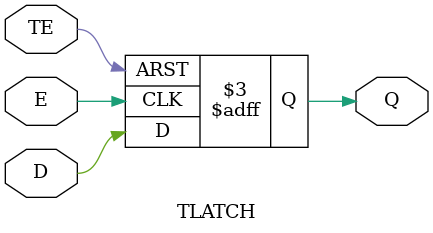
<source format=v>

module DFF(input D, CLK, EN, output reg Q); // positive-edge triggered DFF
  always@(posedge CLK)
    if (EN)
      Q <= D;
endmodule
module TLATCH(input D, E, TE, output reg Q); // transparent latch
  always@(posedge E, posedge TE)
    if (!TE)
      Q <= D;
    else
      Q <= 1'b0;
endmodule
</source>
